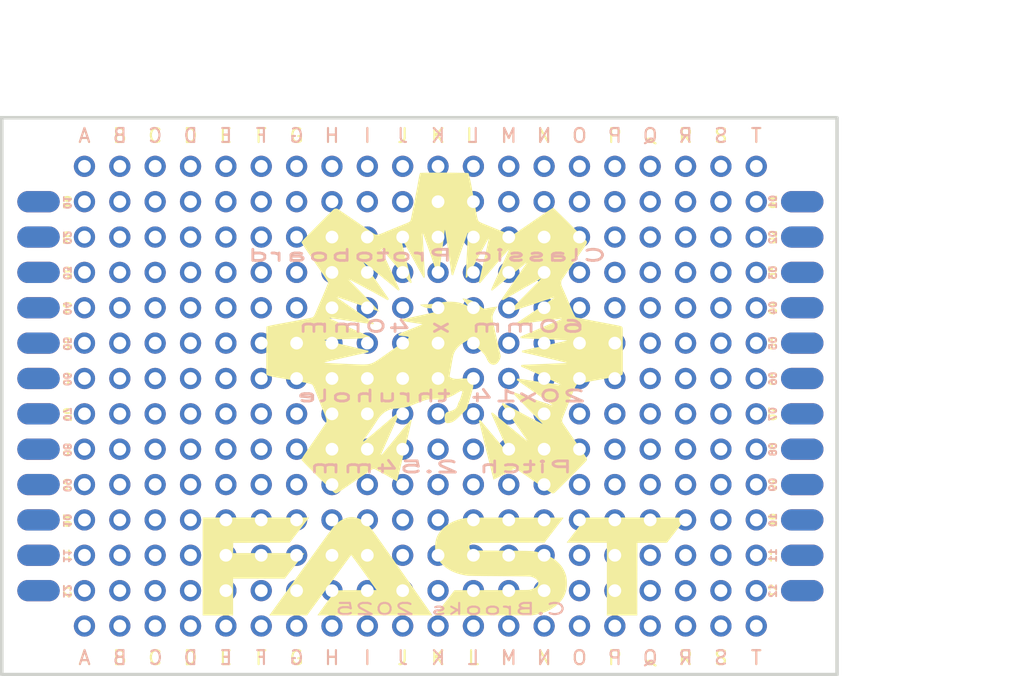
<source format=kicad_pcb>
(kicad_pcb (version 20241229) (generator "pcbnew") (generator_version "9.0")
  (layers (0 "F.Cu" signal) (2 "B.Cu" signal) (13 "F.Paste" user) (15 "B.Paste" user) (5 "F.SilkS" user "F.Silkscreen") (7 "B.SilkS" user "B.Silkscreen") (1 "F.Mask" user) (3 "B.Mask" user) (25 "Edge.Cuts" user))
  (net 0 "")
  (footprint "Proto:Proto_EdgePad_SMD_3.0x1.5mm" (layer "F.Cu") (at 171.582 82.37)
    (property "Reference" "REF**" (hide yes))
    (property "Value" "Proto_EdgePad_SMD_3.0x1.5mm" (hide yes))
    (pad "1" smd oval (at 0 0) (size 3.048 1.524) (layers "F.Cu" "F.Mask" "F.Paste"))
  )
  (footprint "Proto:Proto_EdgePad_SMD_3.0x1.5mm" (layer "F.Cu") (at 171.582 84.91)
    (property "Reference" "REF**" (hide yes))
    (property "Value" "Proto_EdgePad_SMD_3.0x1.5mm" (hide yes))
    (pad "1" smd oval (at 0 0) (size 3.048 1.524) (layers "F.Cu" "F.Mask" "F.Paste"))
  )
  (footprint "Proto:Proto_EdgePad_SMD_3.0x1.5mm" (layer "F.Cu") (at 171.582 87.45)
    (property "Reference" "REF**" (hide yes))
    (property "Value" "Proto_EdgePad_SMD_3.0x1.5mm" (hide yes))
    (pad "1" smd oval (at 0 0) (size 3.048 1.524) (layers "F.Cu" "F.Mask" "F.Paste"))
  )
  (footprint "Proto:Proto_EdgePad_SMD_3.0x1.5mm" (layer "F.Cu") (at 171.582 89.99)
    (property "Reference" "REF**" (hide yes))
    (property "Value" "Proto_EdgePad_SMD_3.0x1.5mm" (hide yes))
    (pad "1" smd oval (at 0 0) (size 3.048 1.524) (layers "F.Cu" "F.Mask" "F.Paste"))
  )
  (footprint "Proto:Proto_EdgePad_SMD_3.0x1.5mm" (layer "F.Cu") (at 171.582 92.53)
    (property "Reference" "REF**" (hide yes))
    (property "Value" "Proto_EdgePad_SMD_3.0x1.5mm" (hide yes))
    (pad "1" smd oval (at 0 0) (size 3.048 1.524) (layers "F.Cu" "F.Mask" "F.Paste"))
  )
  (footprint "Proto:Proto_EdgePad_SMD_3.0x1.5mm" (layer "F.Cu") (at 171.582 95.07)
    (property "Reference" "REF**" (hide yes))
    (property "Value" "Proto_EdgePad_SMD_3.0x1.5mm" (hide yes))
    (pad "1" smd oval (at 0 0) (size 3.048 1.524) (layers "F.Cu" "F.Mask" "F.Paste"))
  )
  (footprint "Proto:Proto_EdgePad_SMD_3.0x1.5mm" (layer "F.Cu") (at 171.582 97.61)
    (property "Reference" "REF**" (hide yes))
    (property "Value" "Proto_EdgePad_SMD_3.0x1.5mm" (hide yes))
    (pad "1" smd oval (at 0 0) (size 3.048 1.524) (layers "F.Cu" "F.Mask" "F.Paste"))
  )
  (footprint "Proto:Proto_EdgePad_SMD_3.0x1.5mm" (layer "F.Cu") (at 171.582 100.15)
    (property "Reference" "REF**" (hide yes))
    (property "Value" "Proto_EdgePad_SMD_3.0x1.5mm" (hide yes))
    (pad "1" smd oval (at 0 0) (size 3.048 1.524) (layers "F.Cu" "F.Mask" "F.Paste"))
  )
  (footprint "Proto:Proto_EdgePad_SMD_3.0x1.5mm" (layer "F.Cu") (at 171.582 102.69)
    (property "Reference" "REF**" (hide yes))
    (property "Value" "Proto_EdgePad_SMD_3.0x1.5mm" (hide yes))
    (pad "1" smd oval (at 0 0) (size 3.048 1.524) (layers "F.Cu" "F.Mask" "F.Paste"))
  )
  (footprint "Proto:Proto_EdgePad_SMD_3.0x1.5mm" (layer "F.Cu") (at 171.582 105.23)
    (property "Reference" "REF**" (hide yes))
    (property "Value" "Proto_EdgePad_SMD_3.0x1.5mm" (hide yes))
    (pad "1" smd oval (at 0 0) (size 3.048 1.524) (layers "F.Cu" "F.Mask" "F.Paste"))
  )
  (footprint "Proto:Proto_EdgePad_SMD_3.0x1.5mm" (layer "F.Cu") (at 171.582 107.77)
    (property "Reference" "REF**" (hide yes))
    (property "Value" "Proto_EdgePad_SMD_3.0x1.5mm" (hide yes))
    (pad "1" smd oval (at 0 0) (size 3.048 1.524) (layers "F.Cu" "F.Mask" "F.Paste"))
  )
  (footprint "Proto:Proto_EdgePad_SMD_3.0x1.5mm" (layer "F.Cu") (at 171.582 110.31)
    (property "Reference" "REF**" (hide yes))
    (property "Value" "Proto_EdgePad_SMD_3.0x1.5mm" (hide yes))
    (pad "1" smd oval (at 0 0) (size 3.048 1.524) (layers "F.Cu" "F.Mask" "F.Paste"))
  )
  (footprint "Proto:Proto_EdgePad_SMD_3.0x1.5mm" (layer "F.Cu") (at 116.718 82.37)
    (property "Reference" "REF**" (hide yes))
    (property "Value" "Proto_EdgePad_SMD_3.0x1.5mm" (hide yes))
    (pad "1" smd oval (at 0 0) (size 3.048 1.524) (layers "F.Cu" "F.Mask" "F.Paste"))
  )
  (footprint "MountingHole:MountingHole_2.2mm_M2" (layer "F.Cu") (at 171.48 78.94)
    (property "Reference" "REF**" (hide yes))
    (property "Value" "MountingHole_2.2mm_M2" (hide yes))
    (pad "" np_thru_hole circle (at 0 0) (size 2.2 2.2) (drill 2.2) (layers "*.Cu" "*.Mask"))
  )
  (footprint "MountingHole:MountingHole_2.2mm_M2" (layer "F.Cu") (at 116.68 78.94)
    (property "Reference" "REF**" (hide yes))
    (property "Value" "MountingHole_2.2mm_M2" (hide yes))
    (pad "" np_thru_hole circle (at 0 0) (size 2.2 2.2) (drill 2.2) (layers "*.Cu" "*.Mask"))
  )
  (footprint "Proto:Proto_EdgePad_SMD_3.0x1.5mm" (layer "F.Cu") (at 116.718 84.91)
    (property "Reference" "REF**" (hide yes))
    (property "Value" "Proto_EdgePad_SMD_3.0x1.5mm" (hide yes))
    (pad "1" smd oval (at 0 0) (size 3.048 1.524) (layers "F.Cu" "F.Mask" "F.Paste"))
  )
  (footprint "Proto:Proto_EdgePad_SMD_3.0x1.5mm" (layer "F.Cu") (at 116.718 87.45)
    (property "Reference" "REF**" (hide yes))
    (property "Value" "Proto_EdgePad_SMD_3.0x1.5mm" (hide yes))
    (pad "1" smd oval (at 0 0) (size 3.048 1.524) (layers "F.Cu" "F.Mask" "F.Paste"))
  )
  (footprint "Proto:Proto_EdgePad_SMD_3.0x1.5mm" (layer "F.Cu") (at 116.718 89.99)
    (property "Reference" "REF**" (hide yes))
    (property "Value" "Proto_EdgePad_SMD_3.0x1.5mm" (hide yes))
    (pad "1" smd oval (at 0 0) (size 3.048 1.524) (layers "F.Cu" "F.Mask" "F.Paste"))
  )
  (footprint "Proto:Proto_EdgePad_SMD_3.0x1.5mm" (layer "F.Cu") (at 116.718 92.53)
    (property "Reference" "REF**" (hide yes))
    (property "Value" "Proto_EdgePad_SMD_3.0x1.5mm" (hide yes))
    (pad "1" smd oval (at 0 0) (size 3.048 1.524) (layers "F.Cu" "F.Mask" "F.Paste"))
  )
  (footprint "Proto:Proto_EdgePad_SMD_3.0x1.5mm" (layer "F.Cu") (at 116.718 95.07)
    (property "Reference" "REF**" (hide yes))
    (property "Value" "Proto_EdgePad_SMD_3.0x1.5mm" (hide yes))
    (pad "1" smd oval (at 0 0) (size 3.048 1.524) (layers "F.Cu" "F.Mask" "F.Paste"))
  )
  (footprint "Proto:Proto_EdgePad_SMD_3.0x1.5mm" (layer "F.Cu") (at 116.718 97.61)
    (property "Reference" "REF**" (hide yes))
    (property "Value" "Proto_EdgePad_SMD_3.0x1.5mm" (hide yes))
    (pad "1" smd oval (at 0 0) (size 3.048 1.524) (layers "F.Cu" "F.Mask" "F.Paste"))
  )
  (footprint "Proto:Proto_EdgePad_SMD_3.0x1.5mm" (layer "F.Cu") (at 116.718 100.15)
    (property "Reference" "REF**" (hide yes))
    (property "Value" "Proto_EdgePad_SMD_3.0x1.5mm" (hide yes))
    (pad "1" smd oval (at 0 0) (size 3.048 1.524) (layers "F.Cu" "F.Mask" "F.Paste"))
  )
  (footprint "Proto:Proto_EdgePad_SMD_3.0x1.5mm" (layer "F.Cu") (at 116.718 102.69)
    (property "Reference" "REF**" (hide yes))
    (property "Value" "Proto_EdgePad_SMD_3.0x1.5mm" (hide yes))
    (pad "1" smd oval (at 0 0) (size 3.048 1.524) (layers "F.Cu" "F.Mask" "F.Paste"))
  )
  (footprint "Proto:Proto_EdgePad_SMD_3.0x1.5mm" (layer "F.Cu") (at 116.718 105.23)
    (property "Reference" "REF**" (hide yes))
    (property "Value" "Proto_EdgePad_SMD_3.0x1.5mm" (hide yes))
    (pad "1" smd oval (at 0 0) (size 3.048 1.524) (layers "F.Cu" "F.Mask" "F.Paste"))
  )
  (footprint "Proto:Proto_EdgePad_SMD_3.0x1.5mm" (layer "F.Cu") (at 116.718 107.77)
    (property "Reference" "REF**" (hide yes))
    (property "Value" "Proto_EdgePad_SMD_3.0x1.5mm" (hide yes))
    (pad "1" smd oval (at 0 0) (size 3.048 1.524) (layers "F.Cu" "F.Mask" "F.Paste"))
  )
  (footprint "Proto:Proto_EdgePad_SMD_3.0x1.5mm" (layer "F.Cu") (at 116.718 110.31)
    (property "Reference" "REF**" (hide yes))
    (property "Value" "Proto_EdgePad_SMD_3.0x1.5mm" (hide yes))
    (pad "1" smd oval (at 0 0) (size 3.048 1.524) (layers "F.Cu" "F.Mask" "F.Paste"))
  )
  (footprint "MountingHole:MountingHole_2.2mm_M2" (layer "F.Cu") (at 116.68 113.74)
    (property "Reference" "REF**" (hide yes))
    (property "Value" "MountingHole_2.2mm_M2" (hide yes))
    (pad "" np_thru_hole circle (at 0 0) (size 2.2 2.2) (drill 2.2) (layers "*.Cu" "*.Mask"))
  )
  (footprint "MountingHole:MountingHole_2.2mm_M2" (layer "F.Cu") (at 171.48 113.74)
    (property "Reference" "REF**" (hide yes))
    (property "Value" "MountingHole_2.2mm_M2" (hide yes))
    (pad "" np_thru_hole circle (at 0 0) (size 2.2 2.2) (drill 2.2) (layers "*.Cu" "*.Mask"))
  )
  (footprint "kml-custom:FAST-Logo-XXXLarge" (layer "F.Cu") (at 145.377872 96.38)
    (property "Reference" "G***" (hide yes))
    (property "Value" "LOGO" (hide yes))
  )
  (footprint "Proto:Proto_EdgePad_SMD_3.0x1.5mm" (layer "B.Cu") (at 116.72 89.99)
    (property "Reference" "REF**" (hide yes))
    (property "Value" "Proto_EdgePad_SMD_3.0x1.5mm" (hide yes))
    (pad "1" smd oval (at 0 0) (size 3.048 1.524) (layers "B.Cu" "B.Mask" "B.Paste"))
  )
  (footprint "Proto:Proto_EdgePad_SMD_3.0x1.5mm" (layer "B.Cu") (at 116.72 97.61)
    (property "Reference" "REF**" (hide yes))
    (property "Value" "Proto_EdgePad_SMD_3.0x1.5mm" (hide yes))
    (pad "1" smd oval (at 0 0) (size 3.048 1.524) (layers "B.Cu" "B.Mask" "B.Paste"))
  )
  (footprint "Proto:Proto_EdgePad_SMD_3.0x1.5mm" (layer "B.Cu") (at 116.72 100.15)
    (property "Reference" "REF**" (hide yes))
    (property "Value" "Proto_EdgePad_SMD_3.0x1.5mm" (hide yes))
    (pad "1" smd oval (at 0 0) (size 3.048 1.524) (layers "B.Cu" "B.Mask" "B.Paste"))
  )
  (footprint "Proto:Proto_EdgePad_SMD_3.0x1.5mm" (layer "B.Cu") (at 171.58 105.23)
    (property "Reference" "REF**" (hide yes))
    (property "Value" "Proto_EdgePad_SMD_3.0x1.5mm" (hide yes))
    (pad "1" smd oval (at 0 0) (size 3.048 1.524) (layers "B.Cu" "B.Mask" "B.Paste"))
  )
  (footprint "Proto:Proto_EdgePad_SMD_3.0x1.5mm" (layer "B.Cu") (at 171.58 97.61)
    (property "Reference" "REF**" (hide yes))
    (property "Value" "Proto_EdgePad_SMD_3.0x1.5mm" (hide yes))
    (pad "1" smd oval (at 0 0) (size 3.048 1.524) (layers "B.Cu" "B.Mask" "B.Paste"))
  )
  (footprint "Proto:Proto_EdgePad_SMD_3.0x1.5mm" (layer "B.Cu") (at 116.72 87.45)
    (property "Reference" "REF**" (hide yes))
    (property "Value" "Proto_EdgePad_SMD_3.0x1.5mm" (hide yes))
    (pad "1" smd oval (at 0 0) (size 3.048 1.524) (layers "B.Cu" "B.Mask" "B.Paste"))
  )
  (footprint "Proto:Proto_EdgePad_SMD_3.0x1.5mm" (layer "B.Cu") (at 116.72 95.07)
    (property "Reference" "REF**" (hide yes))
    (property "Value" "Proto_EdgePad_SMD_3.0x1.5mm" (hide yes))
    (pad "1" smd oval (at 0 0) (size 3.048 1.524) (layers "B.Cu" "B.Mask" "B.Paste"))
  )
  (footprint "Proto:Proto_EdgePad_SMD_3.0x1.5mm" (layer "B.Cu") (at 171.58 82.37)
    (property "Reference" "REF**" (hide yes))
    (property "Value" "Proto_EdgePad_SMD_3.0x1.5mm" (hide yes))
    (pad "1" smd oval (at 0 0) (size 3.048 1.524) (layers "B.Cu" "B.Mask" "B.Paste"))
  )
  (footprint "Proto:Proto_EdgePad_SMD_3.0x1.5mm" (layer "B.Cu") (at 171.58 89.99)
    (property "Reference" "REF**" (hide yes))
    (property "Value" "Proto_EdgePad_SMD_3.0x1.5mm" (hide yes))
    (pad "1" smd oval (at 0 0) (size 3.048 1.524) (layers "B.Cu" "B.Mask" "B.Paste"))
  )
  (footprint "Proto:Proto_EdgePad_SMD_3.0x1.5mm" (layer "B.Cu") (at 116.72 105.23)
    (property "Reference" "REF**" (hide yes))
    (property "Value" "Proto_EdgePad_SMD_3.0x1.5mm" (hide yes))
    (pad "1" smd oval (at 0 0) (size 3.048 1.524) (layers "B.Cu" "B.Mask" "B.Paste"))
  )
  (footprint "Proto:Proto_EdgePad_SMD_3.0x1.5mm" (layer "B.Cu") (at 171.58 92.53)
    (property "Reference" "REF**" (hide yes))
    (property "Value" "Proto_EdgePad_SMD_3.0x1.5mm" (hide yes))
    (pad "1" smd oval (at 0 0) (size 3.048 1.524) (layers "B.Cu" "B.Mask" "B.Paste"))
  )
  (footprint "Proto:Proto_EdgePad_SMD_3.0x1.5mm" (layer "B.Cu") (at 171.58 107.77)
    (property "Reference" "REF**" (hide yes))
    (property "Value" "Proto_EdgePad_SMD_3.0x1.5mm" (hide yes))
    (pad "1" smd oval (at 0 0) (size 3.048 1.524) (layers "B.Cu" "B.Mask" "B.Paste"))
  )
  (footprint "Proto:Proto_EdgePad_SMD_3.0x1.5mm" (layer "B.Cu") (at 171.58 84.91)
    (property "Reference" "REF**" (hide yes))
    (property "Value" "Proto_EdgePad_SMD_3.0x1.5mm" (hide yes))
    (pad "1" smd oval (at 0 0) (size 3.048 1.524) (layers "B.Cu" "B.Mask" "B.Paste"))
  )
  (footprint "Proto:Proto_EdgePad_SMD_3.0x1.5mm" (layer "B.Cu") (at 116.72 84.91)
    (property "Reference" "REF**" (hide yes))
    (property "Value" "Proto_EdgePad_SMD_3.0x1.5mm" (hide yes))
    (pad "1" smd oval (at 0 0) (size 3.048 1.524) (layers "B.Cu" "B.Mask" "B.Paste"))
  )
  (footprint "Proto:Proto_EdgePad_SMD_3.0x1.5mm" (layer "B.Cu") (at 116.72 82.37)
    (property "Reference" "REF**" (hide yes))
    (property "Value" "Proto_EdgePad_SMD_3.0x1.5mm" (hide yes))
    (pad "1" smd oval (at 0 0) (size 3.048 1.524) (layers "B.Cu" "B.Mask" "B.Paste"))
  )
  (footprint "Proto:Proto_EdgePad_SMD_3.0x1.5mm" (layer "B.Cu") (at 171.58 110.31)
    (property "Reference" "REF**" (hide yes))
    (property "Value" "Proto_EdgePad_SMD_3.0x1.5mm" (hide yes))
    (pad "1" smd oval (at 0 0) (size 3.048 1.524) (layers "B.Cu" "B.Mask" "B.Paste"))
  )
  (footprint "Proto:Proto_EdgePad_SMD_3.0x1.5mm" (layer "B.Cu") (at 116.72 92.53)
    (property "Reference" "REF**" (hide yes))
    (property "Value" "Proto_EdgePad_SMD_3.0x1.5mm" (hide yes))
    (pad "1" smd oval (at 0 0) (size 3.048 1.524) (layers "B.Cu" "B.Mask" "B.Paste"))
  )
  (footprint "Proto:Proto_EdgePad_SMD_3.0x1.5mm" (layer "B.Cu") (at 116.72 102.69)
    (property "Reference" "REF**" (hide yes))
    (property "Value" "Proto_EdgePad_SMD_3.0x1.5mm" (hide yes))
    (pad "1" smd oval (at 0 0) (size 3.048 1.524) (layers "B.Cu" "B.Mask" "B.Paste"))
  )
  (footprint "Proto:Proto_EdgePad_SMD_3.0x1.5mm" (layer "B.Cu") (at 171.58 95.07)
    (property "Reference" "REF**" (hide yes))
    (property "Value" "Proto_EdgePad_SMD_3.0x1.5mm" (hide yes))
    (pad "1" smd oval (at 0 0) (size 3.048 1.524) (layers "B.Cu" "B.Mask" "B.Paste"))
  )
  (footprint "Proto:Proto_EdgePad_SMD_3.0x1.5mm" (layer "B.Cu") (at 171.58 87.45)
    (property "Reference" "REF**" (hide yes))
    (property "Value" "Proto_EdgePad_SMD_3.0x1.5mm" (hide yes))
    (pad "1" smd oval (at 0 0) (size 3.048 1.524) (layers "B.Cu" "B.Mask" "B.Paste"))
  )
  (footprint "Proto:Proto_EdgePad_SMD_3.0x1.5mm" (layer "B.Cu") (at 171.58 100.15)
    (property "Reference" "REF**" (hide yes))
    (property "Value" "Proto_EdgePad_SMD_3.0x1.5mm" (hide yes))
    (pad "1" smd oval (at 0 0) (size 3.048 1.524) (layers "B.Cu" "B.Mask" "B.Paste"))
  )
  (footprint "Proto:Proto_EdgePad_SMD_3.0x1.5mm" (layer "B.Cu") (at 116.72 110.31)
    (property "Reference" "REF**" (hide yes))
    (property "Value" "Proto_EdgePad_SMD_3.0x1.5mm" (hide yes))
    (pad "1" smd oval (at 0 0) (size 3.048 1.524) (layers "B.Cu" "B.Mask" "B.Paste"))
  )
  (footprint "Proto:Proto_EdgePad_SMD_3.0x1.5mm" (layer "B.Cu") (at 171.58 102.69)
    (property "Reference" "REF**" (hide yes))
    (property "Value" "Proto_EdgePad_SMD_3.0x1.5mm" (hide yes))
    (pad "1" smd oval (at 0 0) (size 3.048 1.524) (layers "B.Cu" "B.Mask" "B.Paste"))
  )
  (footprint "Proto:Proto_EdgePad_SMD_3.0x1.5mm" (layer "B.Cu") (at 116.72 107.77)
    (property "Reference" "REF**" (hide yes))
    (property "Value" "Proto_EdgePad_SMD_3.0x1.5mm" (hide yes))
    (pad "1" smd oval (at 0 0) (size 3.048 1.524) (layers "B.Cu" "B.Mask" "B.Paste"))
  )
  (gr_rect (start 114.08 76.34) (end 174.08 116.34) (stroke (width 0.254)) (fill no) (layer "Edge.Cuts"))
  (gr_text "B" (at 122.56 77.63 0) (layer "F.SilkS") (effects (font (size 1 1))))
  (gr_text "C" (at 125.1 77.63 0) (layer "F.SilkS") (effects (font (size 1 1))))
  (gr_text "D" (at 127.64 77.63 0) (layer "F.SilkS") (effects (font (size 1 1))))
  (gr_text "E" (at 130.18 77.63 0) (layer "F.SilkS") (effects (font (size 1 1))))
  (gr_text "F" (at 132.72 77.63 0) (layer "F.SilkS") (effects (font (size 1 1))))
  (gr_text "G" (at 135.26 77.63 0) (layer "F.SilkS") (effects (font (size 1 1))))
  (gr_text "H" (at 137.8 77.63 0) (layer "F.SilkS") (effects (font (size 1 1))))
  (gr_text "I" (at 140.34 77.63 0) (layer "F.SilkS") (effects (font (size 1 1))))
  (gr_text "J" (at 142.88 77.63 0) (layer "F.SilkS") (effects (font (size 1 1))))
  (gr_text "K" (at 145.42 77.63 0) (layer "F.SilkS") (effects (font (size 1 1))))
  (gr_text "L" (at 147.83 77.63 0) (layer "F.SilkS") (effects (font (size 1 1))))
  (gr_text "M" (at 150.5 77.63 0) (layer "F.SilkS") (effects (font (size 1 1))))
  (gr_text "N" (at 153.04 77.63 0) (layer "F.SilkS") (effects (font (size 1 1))))
  (gr_text "O" (at 155.58 77.63 0) (layer "F.SilkS") (effects (font (size 1 1))))
  (gr_text "P" (at 158.12 77.63 0) (layer "F.SilkS") (effects (font (size 1 1))))
  (gr_text "Q" (at 160.66 77.63 0) (layer "F.SilkS") (effects (font (size 1 1))))
  (gr_text "R" (at 163.2 77.63 0) (layer "F.SilkS") (effects (font (size 1 1))))
  (gr_text "S" (at 165.74 77.63 0) (layer "F.SilkS") (effects (font (size 1 1))))
  (gr_text "T" (at 168.28 77.63 0) (layer "F.SilkS") (effects (font (size 1 1))))
  (gr_text "A" (at 120.02 115.136 0) (layer "F.SilkS") (effects (font (size 1 1))))
  (gr_text "B" (at 122.56 115.136 0) (layer "F.SilkS") (effects (font (size 1 1))))
  (gr_text "C" (at 125.1 115.136 0) (layer "F.SilkS") (effects (font (size 1 1))))
  (gr_text "D" (at 127.64 115.136 0) (layer "F.SilkS") (effects (font (size 1 1))))
  (gr_text "E" (at 130.18 115.136 0) (layer "F.SilkS") (effects (font (size 1 1))))
  (gr_text "F" (at 132.72 115.136 0) (layer "F.SilkS") (effects (font (size 1 1))))
  (gr_text "G" (at 135.26 115.136 0) (layer "F.SilkS") (effects (font (size 1 1))))
  (gr_text "H" (at 137.8 115.136 0) (layer "F.SilkS") (effects (font (size 1 1))))
  (gr_text "I" (at 140.34 115.136 0) (layer "F.SilkS") (effects (font (size 1 1))))
  (gr_text "J" (at 142.88 115.136 0) (layer "F.SilkS") (effects (font (size 1 1))))
  (gr_text "K" (at 145.42 115.136 0) (layer "F.SilkS") (effects (font (size 1 1))))
  (gr_text "L" (at 147.96 115.136 0) (layer "F.SilkS") (effects (font (size 1 1))))
  (gr_text "M" (at 150.5 115.136 0) (layer "F.SilkS") (effects (font (size 1 1))))
  (gr_text "N" (at 153.04 115.136 0) (layer "F.SilkS") (effects (font (size 1 1))))
  (gr_text "O" (at 155.58 115.136 0) (layer "F.SilkS") (effects (font (size 1 1))))
  (gr_text "P" (at 158.12 115.136 0) (layer "F.SilkS") (effects (font (size 1 1))))
  (gr_text "Q" (at 160.66 115.136 0) (layer "F.SilkS") (effects (font (size 1 1))))
  (gr_text "R" (at 163.2 115.136 0) (layer "F.SilkS") (effects (font (size 1 1))))
  (gr_text "S" (at 165.74 115.136 0) (layer "F.SilkS") (effects (font (size 1 1))))
  (gr_text "T" (at 168.28 115.136 0) (layer "F.SilkS") (effects (font (size 1 1))))
  (gr_text "02" (at 118.77 84.95 270) (layer "F.SilkS") (effects (font (size 0.508 0.508) (thickness 0.127))))
  (gr_text "03" (at 118.77 87.49 270) (layer "F.SilkS") (effects (font (size 0.508 0.508) (thickness 0.127))))
  (gr_text "04" (at 118.77 90.03 270) (layer "F.SilkS") (effects (font (size 0.508 0.508) (thickness 0.127))))
  (gr_text "05" (at 118.77 92.57 270) (layer "F.SilkS") (effects (font (size 0.508 0.508) (thickness 0.127))))
  (gr_text "06" (at 118.77 95.11 270) (layer "F.SilkS") (effects (font (size 0.508 0.508) (thickness 0.127))))
  (gr_text "07" (at 118.77 97.65 270) (layer "F.SilkS") (effects (font (size 0.508 0.508) (thickness 0.127))))
  (gr_text "08" (at 118.77 100.19 270) (layer "F.SilkS") (effects (font (size 0.508 0.508) (thickness 0.127))))
  (gr_text "09" (at 118.77 102.73 270) (layer "F.SilkS") (effects (font (size 0.508 0.508) (thickness 0.127))))
  (gr_text "10" (at 118.77 105.27 270) (layer "F.SilkS") (effects (font (size 0.508 0.508) (thickness 0.127))))
  (gr_text "11" (at 118.77 107.81 270) (layer "F.SilkS") (effects (font (size 0.508 0.508) (thickness 0.127))))
  (gr_text "12" (at 118.77 110.35 270) (layer "F.SilkS") (effects (font (size 0.508 0.508) (thickness 0.127))))
  (gr_text "02" (at 169.48 84.92 90) (layer "F.SilkS") (effects (font (size 0.508 0.508) (thickness 0.127))))
  (gr_text "03" (at 169.48 87.46 90) (layer "F.SilkS") (effects (font (size 0.508 0.508) (thickness 0.127))))
  (gr_text "04" (at 169.48 90 90) (layer "F.SilkS") (effects (font (size 0.508 0.508) (thickness 0.127))))
  (gr_text "01" (at 169.48 82.38 90) (layer "F.SilkS") (effects (font (size 0.508 0.508) (thickness 0.127))))
  (gr_text "08" (at 169.48 100.16 90) (layer "F.SilkS") (effects (font (size 0.508 0.508) (thickness 0.127))))
  (gr_text "09" (at 169.48 102.7 90) (layer "F.SilkS") (effects (font (size 0.508 0.508) (thickness 0.127))))
  (gr_text "05" (at 169.48 92.54 90) (layer "F.SilkS") (effects (font (size 0.508 0.508) (thickness 0.127))))
  (gr_text "11" (at 169.48 107.78 90) (layer "F.SilkS") (effects (font (size 0.508 0.508) (thickness 0.127))))
  (gr_text "10" (at 169.48 105.24 90) (layer "F.SilkS") (effects (font (size 0.508 0.508) (thickness 0.127))))
  (gr_text "06" (at 169.48 95.08 90) (layer "F.SilkS") (effects (font (size 0.508 0.508) (thickness 0.127))))
  (gr_text "07" (at 169.48 97.62 90) (layer "F.SilkS") (effects (font (size 0.508 0.508) (thickness 0.127))))
  (gr_text "12" (at 169.48 110.32 90) (layer "F.SilkS") (effects (font (size 0.508 0.508) (thickness 0.127))))
  (gr_text "A" (at 120.02 77.63 0) (layer "F.SilkS") (effects (font (size 1 1))))
  (gr_text "01" (at 118.77 82.41 270) (layer "F.SilkS") (effects (font (size 0.508 0.508) (thickness 0.127))))
  (gr_text "01" (at 169.48 82.38 90) (layer "B.SilkS") (effects (font (size 0.508 0.508) (thickness 0.127)) (justify mirror)))
  (gr_text "O" (at 155.58 77.62 0) (layer "B.SilkS") (effects (font (size 1 1)) (justify mirror)))
  (gr_text "H" (at 137.8 115.13 0) (layer "B.SilkS") (effects (font (size 1 1)) (justify mirror)))
  (gr_text "12" (at 118.77 110.36 270) (layer "B.SilkS") (effects (font (size 0.508 0.508) (thickness 0.127)) (justify mirror)))
  (gr_text "G" (at 135.26 115.13 0) (layer "B.SilkS") (effects (font (size 1 1)) (justify mirror)))
  (gr_text "P" (at 158.12 115.13 0) (layer "B.SilkS") (effects (font (size 1 1)) (justify mirror)))
  (gr_text "60mm x 40mm" (at 145.63 91.33 0) (layer "B.SilkS") (effects (font (size 0.8 1.8) (thickness 0.2) (bold yes)) (justify mirror)))
  (gr_text "06" (at 169.48 95.08 90) (layer "B.SilkS") (effects (font (size 0.508 0.508) (thickness 0.127)) (justify mirror)))
  (gr_text "I" (at 140.34 115.13 0) (layer "B.SilkS") (effects (font (size 1 1)) (justify mirror)))
  (gr_text "P" (at 158.12 77.62 0) (layer "B.SilkS") (effects (font (size 1 1)) (justify mirror)))
  (gr_text "R" (at 163.2 115.13 0) (layer "B.SilkS") (effects (font (size 1 1)) (justify mirror)))
  (gr_text "T" (at 168.28 115.13 0) (layer "B.SilkS") (effects (font (size 1 1)) (justify mirror)))
  (gr_text "04" (at 118.77 90.04 270) (layer "B.SilkS") (effects (font (size 0.508 0.508) (thickness 0.127)) (justify mirror)))
  (gr_text "E" (at 130.18 77.62 0) (layer "B.SilkS") (effects (font (size 1 1)) (justify mirror)))
  (gr_text "11" (at 118.77 107.82 270) (layer "B.SilkS") (effects (font (size 0.508 0.508) (thickness 0.127)) (justify mirror)))
  (gr_text "01" (at 118.77 82.42 270) (layer "B.SilkS") (effects (font (size 0.508 0.508) (thickness 0.127)) (justify mirror)))
  (gr_text "Q" (at 160.66 115.13 0) (layer "B.SilkS") (effects (font (size 1 1)) (justify mirror)))
  (gr_text "12" (at 169.48 110.32 90) (layer "B.SilkS") (effects (font (size 0.508 0.508) (thickness 0.127)) (justify mirror)))
  (gr_text "Pitch 2.54mm" (at 145.63 101.43 0) (layer "B.SilkS") (effects (font (size 0.8 1.8) (thickness 0.2) (bold yes)) (justify mirror)))
  (gr_text "10" (at 169.48 105.24 90) (layer "B.SilkS") (effects (font (size 0.508 0.508) (thickness 0.127)) (justify mirror)))
  (gr_text "08" (at 118.77 100.2 270) (layer "B.SilkS") (effects (font (size 0.508 0.508) (thickness 0.127)) (justify mirror)))
  (gr_text "Classic Protoboard" (at 144.63 86.23 0) (layer "B.SilkS") (effects (font (size 0.8 1.8) (thickness 0.2) (bold yes)) (justify mirror)))
  (gr_text "J" (at 142.88 77.62 0) (layer "B.SilkS") (effects (font (size 1 1)) (justify mirror)))
  (gr_text "02" (at 118.77 84.96 270) (layer "B.SilkS") (effects (font (size 0.508 0.508) (thickness 0.127)) (justify mirror)))
  (gr_text "F" (at 132.72 115.13 0) (layer "B.SilkS") (effects (font (size 1 1)) (justify mirror)))
  (gr_text "10" (at 118.77 105.28 270) (layer "B.SilkS") (effects (font (size 0.508 0.508) (thickness 0.127)) (justify mirror)))
  (gr_text "M" (at 150.5 77.62 0) (layer "B.SilkS") (effects (font (size 1 1)) (justify mirror)))
  (gr_text "H" (at 137.8 77.62 0) (layer "B.SilkS") (effects (font (size 1 1)) (justify mirror)))
  (gr_text "K" (at 145.42 77.62 0) (layer "B.SilkS") (effects (font (size 1 1)) (justify mirror)))
  (gr_text "C.Brooks 2025" (at 146.33 111.63 0) (layer "B.SilkS") (effects (font (size 0.8 1.5) (thickness 0.15625)) (justify mirror)))
  (gr_text "M" (at 150.5 115.13 0) (layer "B.SilkS") (effects (font (size 1 1)) (justify mirror)))
  (gr_text "N" (at 153.04 115.13 0) (layer "B.SilkS") (effects (font (size 1 1)) (justify mirror)))
  (gr_text "02" (at 169.48 84.92 90) (layer "B.SilkS") (effects (font (size 0.508 0.508) (thickness 0.127)) (justify mirror)))
  (gr_text "N" (at 153.04 77.62 0) (layer "B.SilkS") (effects (font (size 1 1)) (justify mirror)))
  (gr_text "S" (at 165.74 115.13 0) (layer "B.SilkS") (effects (font (size 1 1)) (justify mirror)))
  (gr_text "G" (at 135.26 77.62 0) (layer "B.SilkS") (effects (font (size 1 1)) (justify mirror)))
  (gr_text "Q" (at 160.66 77.62 0) (layer "B.SilkS") (effects (font (size 1 1)) (justify mirror)))
  (gr_text "J" (at 142.88 115.13 0) (layer "B.SilkS") (effects (font (size 1 1)) (justify mirror)))
  (gr_text "E" (at 130.18 115.13 0) (layer "B.SilkS") (effects (font (size 1 1)) (justify mirror)))
  (gr_text "07" (at 118.77 97.66 270) (layer "B.SilkS") (effects (font (size 0.508 0.508) (thickness 0.127)) (justify mirror)))
  (gr_text "B" (at 122.56 115.13 0) (layer "B.SilkS") (effects (font (size 1 1)) (justify mirror)))
  (gr_text "11" (at 169.48 107.78 90) (layer "B.SilkS") (effects (font (size 0.508 0.508) (thickness 0.127)) (justify mirror)))
  (gr_text "08" (at 169.48 100.16 90) (layer "B.SilkS") (effects (font (size 0.508 0.508) (thickness 0.127)) (justify mirror)))
  (gr_text "F" (at 132.72 77.62 0) (layer "B.SilkS") (effects (font (size 1 1)) (justify mirror)))
  (gr_text "04" (at 169.48 90 90) (layer "B.SilkS") (effects (font (size 0.508 0.508) (thickness 0.127)) (justify mirror)))
  (gr_text "06" (at 118.77 95.12 270) (layer "B.SilkS") (effects (font (size 0.508 0.508) (thickness 0.127)) (justify mirror)))
  (gr_text "09" (at 118.77 102.74 270) (layer "B.SilkS") (effects (font (size 0.508 0.508) (thickness 0.127)) (justify mirror)))
  (gr_text "R" (at 163.2 77.62 0) (layer "B.SilkS") (effects (font (size 1 1)) (justify mirror)))
  (gr_text "20x14 thruhole" (at 145.63 96.33 0) (layer "B.SilkS") (effects (font (size 0.8 1.8) (thickness 0.2) (bold yes)) (justify mirror)))
  (gr_text "T" (at 168.28 77.62 0) (layer "B.SilkS") (effects (font (size 1 1)) (justify mirror)))
  (gr_text "S" (at 165.74 77.62 0) (layer "B.SilkS") (effects (font (size 1 1)) (justify mirror)))
  (gr_text "C" (at 125.13 115.13 0) (layer "B.SilkS") (effects (font (size 1 1)) (justify mirror)))
  (gr_text "B" (at 122.56 77.62 0) (layer "B.SilkS") (effects (font (size 1 1)) (justify mirror)))
  (gr_text "C" (at 125.1 77.62 0) (layer "B.SilkS") (effects (font (size 1 1)) (justify mirror)))
  (gr_text "D" (at 127.64 115.13 0) (layer "B.SilkS") (effects (font (size 1 1)) (justify mirror)))
  (gr_text "L" (at 147.96 115.13 0) (layer "B.SilkS") (effects (font (size 1 1)) (justify mirror)))
  (gr_text "A" (at 120.03 115.13 0) (layer "B.SilkS") (effects (font (size 1 1)) (justify mirror)))
  (gr_text "03" (at 169.48 87.46 90) (layer "B.SilkS") (effects (font (size 0.508 0.508) (thickness 0.127)) (justify mirror)))
  (gr_text "05" (at 118.77 92.58 270) (layer "B.SilkS") (effects (font (size 0.508 0.508) (thickness 0.127)) (justify mirror)))
  (gr_text "I" (at 140.34 77.62 0) (layer "B.SilkS") (effects (font (size 1 1)) (justify mirror)))
  (gr_text "D" (at 127.64 77.62 0) (layer "B.SilkS") (effects (font (size 1 1)) (justify mirror)))
  (gr_text "L" (at 147.96 77.62 0) (layer "B.SilkS") (effects (font (size 1 1)) (justify mirror)))
  (gr_text "K" (at 145.43 115.13 0) (layer "B.SilkS") (effects (font (size 1 1)) (justify mirror)))
  (gr_text "O" (at 155.58 115.13 0) (layer "B.SilkS") (effects (font (size 1 1)) (justify mirror)))
  (gr_text "05" (at 169.48 92.54 90) (layer "B.SilkS") (effects (font (size 0.508 0.508) (thickness 0.127)) (justify mirror)))
  (gr_text "09" (at 169.48 102.7 90) (layer "B.SilkS") (effects (font (size 0.508 0.508) (thickness 0.127)) (justify mirror)))
  (gr_text "03" (at 118.77 87.5 270) (layer "B.SilkS") (effects (font (size 0.508 0.508) (thickness 0.127)) (justify mirror)))
  (gr_text "A" (at 120.02 77.62 0) (layer "B.SilkS") (effects (font (size 1 1)) (justify mirror)))
  (gr_text "07" (at 169.48 97.62 90) (layer "B.SilkS") (effects (font (size 0.508 0.508) (thickness 0.127)) (justify mirror)))
  (via (at 120.02 79.83) (size 1.524) (drill 0.9144) (layers "F.Cu" "B.Cu") (net 0))
  (via (at 122.56 79.83) (size 1.524) (drill 0.9144) (layers "F.Cu" "B.Cu") (net 0))
  (via (at 125.1 79.83) (size 1.524) (drill 0.9144) (layers "F.Cu" "B.Cu") (net 0))
  (via (at 127.64 79.83) (size 1.524) (drill 0.9144) (layers "F.Cu" "B.Cu") (net 0))
  (via (at 130.18 79.83) (size 1.524) (drill 0.9144) (layers "F.Cu" "B.Cu") (net 0))
  (via (at 132.72 79.83) (size 1.524) (drill 0.9144) (layers "F.Cu" "B.Cu") (net 0))
  (via (at 135.26 79.83) (size 1.524) (drill 0.9144) (layers "F.Cu" "B.Cu") (net 0))
  (via (at 137.8 79.83) (size 1.524) (drill 0.9144) (layers "F.Cu" "B.Cu") (net 0))
  (via (at 140.34 79.83) (size 1.524) (drill 0.9144) (layers "F.Cu" "B.Cu") (net 0))
  (via (at 142.88 79.83) (size 1.524) (drill 0.9144) (layers "F.Cu" "B.Cu") (net 0))
  (via (at 145.42 79.83) (size 1.524) (drill 0.9144) (layers "F.Cu" "B.Cu") (net 0))
  (via (at 147.96 79.83) (size 1.524) (drill 0.9144) (layers "F.Cu" "B.Cu") (net 0))
  (via (at 150.5 79.83) (size 1.524) (drill 0.9144) (layers "F.Cu" "B.Cu") (net 0))
  (via (at 155.58 79.83) (size 1.524) (drill 0.9144) (layers "F.Cu" "B.Cu") (net 0))
  (via (at 158.12 79.83) (size 1.524) (drill 0.9144) (layers "F.Cu" "B.Cu") (net 0))
  (via (at 160.66 79.83) (size 1.524) (drill 0.9144) (layers "F.Cu" "B.Cu") (net 0))
  (via (at 163.2 79.83) (size 1.524) (drill 0.9144) (layers "F.Cu" "B.Cu") (net 0))
  (via (at 165.74 79.83) (size 1.524) (drill 0.9144) (layers "F.Cu" "B.Cu") (net 0))
  (via (at 168.28 79.83) (size 1.524) (drill 0.9144) (layers "F.Cu" "B.Cu") (net 0))
  (via (at 120.02 82.37) (size 1.524) (drill 0.9144) (layers "F.Cu" "B.Cu") (net 0))
  (via (at 122.56 82.37) (size 1.524) (drill 0.9144) (layers "F.Cu" "B.Cu") (net 0))
  (via (at 125.1 82.37) (size 1.524) (drill 0.9144) (layers "F.Cu" "B.Cu") (net 0))
  (via (at 127.64 82.37) (size 1.524) (drill 0.9144) (layers "F.Cu" "B.Cu") (net 0))
  (via (at 130.18 82.37) (size 1.524) (drill 0.9144) (layers "F.Cu" "B.Cu") (net 0))
  (via (at 132.72 82.37) (size 1.524) (drill 0.9144) (layers "F.Cu" "B.Cu") (net 0))
  (via (at 135.26 82.37) (size 1.524) (drill 0.9144) (layers "F.Cu" "B.Cu") (net 0))
  (via (at 137.8 82.37) (size 1.524) (drill 0.9144) (layers "F.Cu" "B.Cu") (net 0))
  (via (at 140.34 82.37) (size 1.524) (drill 0.9144) (layers "F.Cu" "B.Cu") (net 0))
  (via (at 142.88 82.37) (size 1.524) (drill 0.9144) (layers "F.Cu" "B.Cu") (net 0))
  (via (at 145.42 82.37) (size 1.524) (drill 0.9144) (layers "F.Cu" "B.Cu") (net 0))
  (via (at 147.96 82.37) (size 1.524) (drill 0.9144) (layers "F.Cu" "B.Cu") (net 0))
  (via (at 150.5 82.37) (size 1.524) (drill 0.9144) (layers "F.Cu" "B.Cu") (net 0))
  (via (at 153.04 82.37) (size 1.524) (drill 0.9144) (layers "F.Cu" "B.Cu") (net 0))
  (via (at 155.58 82.37) (size 1.524) (drill 0.9144) (layers "F.Cu" "B.Cu") (net 0))
  (via (at 158.12 82.37) (size 1.524) (drill 0.9144) (layers "F.Cu" "B.Cu") (net 0))
  (via (at 160.66 82.37) (size 1.524) (drill 0.9144) (layers "F.Cu" "B.Cu") (net 0))
  (via (at 163.2 82.37) (size 1.524) (drill 0.9144) (layers "F.Cu" "B.Cu") (net 0))
  (via (at 165.74 82.37) (size 1.524) (drill 0.9144) (layers "F.Cu" "B.Cu") (net 0))
  (via (at 168.28 82.37) (size 1.524) (drill 0.9144) (layers "F.Cu" "B.Cu") (net 0))
  (via (at 120.02 84.91) (size 1.524) (drill 0.9144) (layers "F.Cu" "B.Cu") (net 0))
  (via (at 122.56 84.91) (size 1.524) (drill 0.9144) (layers "F.Cu" "B.Cu") (net 0))
  (via (at 125.1 84.91) (size 1.524) (drill 0.9144) (layers "F.Cu" "B.Cu") (net 0))
  (via (at 130.18 84.91) (size 1.524) (drill 0.9144) (layers "F.Cu" "B.Cu") (net 0))
  (via (at 132.72 84.91) (size 1.524) (drill 0.9144) (layers "F.Cu" "B.Cu") (net 0))
  (via (at 135.26 84.91) (size 1.524) (drill 0.9144) (layers "F.Cu" "B.Cu") (net 0))
  (via (at 137.8 84.91) (size 1.524) (drill 0.9144) (layers "F.Cu" "B.Cu") (net 0))
  (via (at 140.34 84.91) (size 1.524) (drill 0.9144) (layers "F.Cu" "B.Cu") (net 0))
  (via (at 142.88 84.91) (size 1.524) (drill 0.9144) (layers "F.Cu" "B.Cu") (net 0))
  (via (at 145.42 84.91) (size 1.524) (drill 0.9144) (layers "F.Cu" "B.Cu") (net 0))
  (via (at 147.96 84.91) (size 1.524) (drill 0.9144) (layers "F.Cu" "B.Cu") (net 0))
  (via (at 153.04 84.91) (size 1.524) (drill 0.9144) (layers "F.Cu" "B.Cu") (net 0))
  (via (at 155.58 84.91) (size 1.524) (drill 0.9144) (layers "F.Cu" "B.Cu") (net 0))
  (via (at 158.12 84.91) (size 1.524) (drill 0.9144) (layers "F.Cu" "B.Cu") (net 0))
  (via (at 163.2 84.91) (size 1.524) (drill 0.9144) (layers "F.Cu" "B.Cu") (net 0))
  (via (at 165.74 84.91) (size 1.524) (drill 0.9144) (layers "F.Cu" "B.Cu") (net 0))
  (via (at 168.28 84.91) (size 1.524) (drill 0.9144) (layers "F.Cu" "B.Cu") (net 0))
  (via (at 120.02 87.45) (size 1.524) (drill 0.9144) (layers "F.Cu" "B.Cu") (net 0))
  (via (at 122.56 87.45) (size 1.524) (drill 0.9144) (layers "F.Cu" "B.Cu") (net 0))
  (via (at 127.64 87.45) (size 1.524) (drill 0.9144) (layers "F.Cu" "B.Cu") (net 0))
  (via (at 130.18 87.45) (size 1.524) (drill 0.9144) (layers "F.Cu" "B.Cu") (net 0))
  (via (at 132.72 87.45) (size 1.524) (drill 0.9144) (layers "F.Cu" "B.Cu") (net 0))
  (via (at 135.26 87.45) (size 1.524) (drill 0.9144) (layers "F.Cu" "B.Cu") (net 0))
  (via (at 137.8 87.45) (size 1.524) (drill 0.9144) (layers "F.Cu" "B.Cu") (net 0))
  (via (at 140.34 87.45) (size 1.524) (drill 0.9144) (layers "F.Cu" "B.Cu") (net 0))
  (via (at 145.42 87.45) (size 1.524) (drill 0.9144) (layers "F.Cu" "B.Cu") (net 0))
  (via (at 147.96 87.45) (size 1.524) (drill 0.9144) (layers "F.Cu" "B.Cu") (net 0))
  (via (at 150.5 87.45) (size 1.524) (drill 0.9144) (layers "F.Cu" "B.Cu") (net 0))
  (via (at 153.04 87.45) (size 1.524) (drill 0.9144) (layers "F.Cu" "B.Cu") (net 0))
  (via (at 155.58 87.45) (size 1.524) (drill 0.9144) (layers "F.Cu" "B.Cu") (net 0))
  (via (at 158.12 87.45) (size 1.524) (drill 0.9144) (layers "F.Cu" "B.Cu") (net 0))
  (via (at 160.66 87.45) (size 1.524) (drill 0.9144) (layers "F.Cu" "B.Cu") (net 0))
  (via (at 163.2 87.45) (size 1.524) (drill 0.9144) (layers "F.Cu" "B.Cu") (net 0))
  (via (at 165.74 87.45) (size 1.524) (drill 0.9144) (layers "F.Cu" "B.Cu") (net 0))
  (via (at 168.28 87.45) (size 1.524) (drill 0.9144) (layers "F.Cu" "B.Cu") (net 0))
  (via (at 120.02 89.99) (size 1.524) (drill 0.9144) (layers "F.Cu" "B.Cu") (net 0))
  (via (at 122.56 89.99) (size 1.524) (drill 0.9144) (layers "F.Cu" "B.Cu") (net 0))
  (via (at 125.1 89.99) (size 1.524) (drill 0.9144) (layers "F.Cu" "B.Cu") (net 0))
  (via (at 127.64 89.99) (size 1.524) (drill 0.9144) (layers "F.Cu" "B.Cu") (net 0))
  (via (at 130.18 89.99) (size 1.524) (drill 0.9144) (layers "F.Cu" "B.Cu") (net 0))
  (via (at 132.72 89.99) (size 1.524) (drill 0.9144) (layers "F.Cu" "B.Cu") (net 0))
  (via (at 135.26 89.99) (size 1.524) (drill 0.9144) (layers "F.Cu" "B.Cu") (net 0))
  (via (at 137.8 89.99) (size 1.524) (drill 0.9144) (layers "F.Cu" "B.Cu") (net 0))
  (via (at 140.34 89.99) (size 1.524) (drill 0.9144) (layers "F.Cu" "B.Cu") (net 0))
  (via (at 142.88 89.99) (size 1.524) (drill 0.9144) (layers "F.Cu" "B.Cu") (net 0))
  (via (at 145.42 89.99) (size 1.524) (drill 0.9144) (layers "F.Cu" "B.Cu") (net 0))
  (via (at 147.96 89.99) (size 1.524) (drill 0.9144) (layers "F.Cu" "B.Cu") (net 0))
  (via (at 150.5 89.99) (size 1.524) (drill 0.9144) (layers "F.Cu" "B.Cu") (net 0))
  (via (at 155.58 89.99) (size 1.524) (drill 0.9144) (layers "F.Cu" "B.Cu") (net 0))
  (via (at 158.12 89.99) (size 1.524) (drill 0.9144) (layers "F.Cu" "B.Cu") (net 0))
  (via (at 160.66 89.99) (size 1.524) (drill 0.9144) (layers "F.Cu" "B.Cu") (net 0))
  (via (at 163.2 89.99) (size 1.524) (drill 0.9144) (layers "F.Cu" "B.Cu") (net 0))
  (via (at 165.74 89.99) (size 1.524) (drill 0.9144) (layers "F.Cu" "B.Cu") (net 0))
  (via (at 168.28 89.99) (size 1.524) (drill 0.9144) (layers "F.Cu" "B.Cu") (net 0))
  (via (at 120.02 92.53) (size 1.524) (drill 0.9144) (layers "F.Cu" "B.Cu") (net 0))
  (via (at 122.56 92.53) (size 1.524) (drill 0.9144) (layers "F.Cu" "B.Cu") (net 0))
  (via (at 125.1 92.53) (size 1.524) (drill 0.9144) (layers "F.Cu" "B.Cu") (net 0))
  (via (at 127.64 92.53) (size 1.524) (drill 0.9144) (layers "F.Cu" "B.Cu") (net 0))
  (via (at 130.18 92.53) (size 1.524) (drill 0.9144) (layers "F.Cu" "B.Cu") (net 0))
  (via (at 132.72 92.53) (size 1.524) (drill 0.9144) (layers "F.Cu" "B.Cu") (net 0))
  (via (at 135.26 92.53) (size 1.524) (drill 0.9144) (layers "F.Cu" "B.Cu") (net 0))
  (via (at 137.8 92.53) (size 1.524) (drill 0.9144) (layers "F.Cu" "B.Cu") (net 0))
  (via (at 140.34 92.53) (size 1.524) (drill 0.9144) (layers "F.Cu" "B.Cu") (net 0))
  (via (at 142.88 92.53) (size 1.524) (drill 0.9144) (layers "F.Cu" "B.Cu") (net 0))
  (via (at 145.42 92.53) (size 1.524) (drill 0.9144) (layers "F.Cu" "B.Cu") (net 0))
  (via (at 147.96 92.53) (size 1.524) (drill 0.9144) (layers "F.Cu" "B.Cu") (net 0))
  (via (at 150.5 92.53) (size 1.524) (drill 0.9144) (layers "F.Cu" "B.Cu") (net 0))
  (via (at 153.04 92.53) (size 1.524) (drill 0.9144) (layers "F.Cu" "B.Cu") (net 0))
  (via (at 155.58 92.53) (size 1.524) (drill 0.9144) (layers "F.Cu" "B.Cu") (net 0))
  (via (at 158.12 92.53) (size 1.524) (drill 0.9144) (layers "F.Cu" "B.Cu") (net 0))
  (via (at 160.66 92.53) (size 1.524) (drill 0.9144) (layers "F.Cu" "B.Cu") (net 0))
  (via (at 163.2 92.53) (size 1.524) (drill 0.9144) (layers "F.Cu" "B.Cu") (net 0))
  (via (at 168.28 92.53) (size 1.524) (drill 0.9144) (layers "F.Cu" "B.Cu") (net 0))
  (via (at 120.02 95.07) (size 1.524) (drill 0.9144) (layers "F.Cu" "B.Cu") (net 0))
  (via (at 122.56 95.07) (size 1.524) (drill 0.9144) (layers "F.Cu" "B.Cu") (net 0))
  (via (at 125.1 95.07) (size 1.524) (drill 0.9144) (layers "F.Cu" "B.Cu") (net 0))
  (via (at 127.64 95.07) (size 1.524) (drill 0.9144) (layers "F.Cu" "B.Cu") (net 0))
  (via (at 130.18 95.07) (size 1.524) (drill 0.9144) (layers "F.Cu" "B.Cu") (net 0))
  (via (at 132.72 95.07) (size 1.524) (drill 0.9144) (layers "F.Cu" "B.Cu") (net 0))
  (via (at 135.26 95.07) (size 1.524) (drill 0.9144) (layers "F.Cu" "B.Cu") (net 0))
  (via (at 137.8 95.07) (size 1.524) (drill 0.9144) (layers "F.Cu" "B.Cu") (net 0))
  (via (at 140.34 95.07) (size 1.524) (drill 0.9144) (layers "F.Cu" "B.Cu") (net 0))
  (via (at 142.88 95.07) (size 1.524) (drill 0.9144) (layers "F.Cu" "B.Cu") (net 0))
  (via (at 145.42 95.07) (size 1.524) (drill 0.9144) (layers "F.Cu" "B.Cu") (net 0))
  (via (at 147.96 95.07) (size 1.524) (drill 0.9144) (layers "F.Cu" "B.Cu") (net 0))
  (via (at 150.5 95.07) (size 1.524) (drill 0.9144) (layers "F.Cu" "B.Cu") (net 0))
  (via (at 153.04 95.07) (size 1.524) (drill 0.9144) (layers "F.Cu" "B.Cu") (net 0))
  (via (at 158.12 95.07) (size 1.524) (drill 0.9144) (layers "F.Cu" "B.Cu") (net 0))
  (via (at 160.66 95.07) (size 1.524) (drill 0.9144) (layers "F.Cu" "B.Cu") (net 0))
  (via (at 163.2 95.07) (size 1.524) (drill 0.9144) (layers "F.Cu" "B.Cu") (net 0))
  (via (at 165.74 95.07) (size 1.524) (drill 0.9144) (layers "F.Cu" "B.Cu") (net 0))
  (via (at 168.28 95.07) (size 1.524) (drill 0.9144) (layers "F.Cu" "B.Cu") (net 0))
  (via (at 120.02 97.61) (size 1.524) (drill 0.9144) (layers "F.Cu" "B.Cu") (net 0))
  (via (at 122.56 97.61) (size 1.524) (drill 0.9144) (layers "F.Cu" "B.Cu") (net 0))
  (via (at 125.1 97.61) (size 1.524) (drill 0.9144) (layers "F.Cu" "B.Cu") (net 0))
  (via (at 127.64 97.61) (size 1.524) (drill 0.9144) (layers "F.Cu" "B.Cu") (net 0))
  (via (at 130.18 97.61) (size 1.524) (drill 0.9144) (layers "F.Cu" "B.Cu") (net 0))
  (via (at 132.72 97.61) (size 1.524) (drill 0.9144) (layers "F.Cu" "B.Cu") (net 0))
  (via (at 135.26 97.61) (size 1.524) (drill 0.9144) (layers "F.Cu" "B.Cu") (net 0))
  (via (at 137.8 97.61) (size 1.524) (drill 0.9144) (layers "F.Cu" "B.Cu") (net 0))
  (via (at 140.34 97.61) (size 1.524) (drill 0.9144) (layers "F.Cu" "B.Cu") (net 0))
  (via (at 142.88 97.61) (size 1.524) (drill 0.9144) (layers "F.Cu" "B.Cu") (net 0))
  (via (at 145.42 97.61) (size 1.524) (drill 0.9144) (layers "F.Cu" "B.Cu") (net 0))
  (via (at 147.96 97.61) (size 1.524) (drill 0.9144) (layers "F.Cu" "B.Cu") (net 0))
  (via (at 150.5 97.61) (size 1.524) (drill 0.9144) (layers "F.Cu" "B.Cu") (net 0))
  (via (at 153.04 97.61) (size 1.524) (drill 0.9144) (layers "F.Cu" "B.Cu") (net 0))
  (via (at 155.58 97.61) (size 1.524) (drill 0.9144) (layers "F.Cu" "B.Cu") (net 0))
  (via (at 158.12 97.61) (size 1.524) (drill 0.9144) (layers "F.Cu" "B.Cu") (net 0))
  (via (at 160.66 97.61) (size 1.524) (drill 0.9144) (layers "F.Cu" "B.Cu") (net 0))
  (via (at 163.2 97.61) (size 1.524) (drill 0.9144) (layers "F.Cu" "B.Cu") (net 0))
  (via (at 165.74 97.61) (size 1.524) (drill 0.9144) (layers "F.Cu" "B.Cu") (net 0))
  (via (at 120.02 100.15) (size 1.524) (drill 0.9144) (layers "F.Cu" "B.Cu") (net 0))
  (via (at 122.56 100.15) (size 1.524) (drill 0.9144) (layers "F.Cu" "B.Cu") (net 0))
  (via (at 125.1 100.15) (size 1.524) (drill 0.9144) (layers "F.Cu" "B.Cu") (net 0))
  (via (at 130.18 100.15) (size 1.524) (drill 0.9144) (layers "F.Cu" "B.Cu") (net 0))
  (via (at 132.72 100.15) (size 1.524) (drill 0.9144) (layers "F.Cu" "B.Cu") (net 0))
  (via (at 135.26 100.15) (size 1.524) (drill 0.9144) (layers "F.Cu" "B.Cu") (net 0))
  (via (at 137.8 100.15) (size 1.524) (drill 0.9144) (layers "F.Cu" "B.Cu") (net 0))
  (via (at 140.34 100.15) (size 1.524) (drill 0.9144) (layers "F.Cu" "B.Cu") (net 0))
  (via (at 142.88 100.15) (size 1.524) (drill 0.9144) (layers "F.Cu" "B.Cu") (net 0))
  (via (at 145.42 100.15) (size 1.524) (drill 0.9144) (layers "F.Cu" "B.Cu") (net 0))
  (via (at 147.96 100.15) (size 1.524) (drill 0.9144) (layers "F.Cu" "B.Cu") (net 0))
  (via (at 150.5 100.15) (size 1.524) (drill 0.9144) (layers "F.Cu" "B.Cu") (net 0))
  (via (at 153.04 100.15) (size 1.524) (drill 0.9144) (layers "F.Cu" "B.Cu") (net 0))
  (via (at 155.58 100.15) (size 1.524) (drill 0.9144) (layers "F.Cu" "B.Cu") (net 0))
  (via (at 158.12 100.15) (size 1.524) (drill 0.9144) (layers "F.Cu" "B.Cu") (net 0))
  (via (at 160.66 100.15) (size 1.524) (drill 0.9144) (layers "F.Cu" "B.Cu") (net 0))
  (via (at 163.2 100.15) (size 1.524) (drill 0.9144) (layers "F.Cu" "B.Cu") (net 0))
  (via (at 165.74 100.15) (size 1.524) (drill 0.9144) (layers "F.Cu" "B.Cu") (net 0))
  (via (at 168.28 100.15) (size 1.524) (drill 0.9144) (layers "F.Cu" "B.Cu") (net 0))
  (via (at 120.02 102.69) (size 1.524) (drill 0.9144) (layers "F.Cu" "B.Cu") (net 0))
  (via (at 122.56 102.69) (size 1.524) (drill 0.9144) (layers "F.Cu" "B.Cu") (net 0))
  (via (at 125.1 102.69) (size 1.524) (drill 0.9144) (layers "F.Cu" "B.Cu") (net 0))
  (via (at 127.64 102.69) (size 1.524) (drill 0.9144) (layers "F.Cu" "B.Cu") (net 0))
  (via (at 130.18 102.69) (size 1.524) (drill 0.9144) (layers "F.Cu" "B.Cu") (net 0))
  (via (at 132.72 102.69) (size 1.524) (drill 0.9144) (layers "F.Cu" "B.Cu") (net 0))
  (via (at 135.26 102.69) (size 1.524) (drill 0.9144) (layers "F.Cu" "B.Cu") (net 0))
  (via (at 137.8 102.69) (size 1.524) (drill 0.9144) (layers "F.Cu" "B.Cu") (net 0))
  (via (at 140.34 102.69) (size 1.524) (drill 0.9144) (layers "F.Cu" "B.Cu") (net 0))
  (via (at 142.88 102.69) (size 1.524) (drill 0.9144) (layers "F.Cu" "B.Cu") (net 0))
  (via (at 145.42 102.69) (size 1.524) (drill 0.9144) (layers "F.Cu" "B.Cu") (net 0))
  (via (at 147.96 102.69) (size 1.524) (drill 0.9144) (layers "F.Cu" "B.Cu") (net 0))
  (via (at 150.5 102.69) (size 1.524) (drill 0.9144) (layers "F.Cu" "B.Cu") (net 0))
  (via (at 153.04 102.69) (size 1.524) (drill 0.9144) (layers "F.Cu" "B.Cu") (net 0))
  (via (at 155.58 102.69) (size 1.524) (drill 0.9144) (layers "F.Cu" "B.Cu") (net 0))
  (via (at 158.12 102.69) (size 1.524) (drill 0.9144) (layers "F.Cu" "B.Cu") (net 0))
  (via (at 160.66 102.69) (size 1.524) (drill 0.9144) (layers "F.Cu" "B.Cu") (net 0))
  (via (at 163.2 102.69) (size 1.524) (drill 0.9144) (layers "F.Cu" "B.Cu") (net 0))
  (via (at 165.74 102.69) (size 1.524) (drill 0.9144) (layers "F.Cu" "B.Cu") (net 0))
  (via (at 168.28 102.69) (size 1.524) (drill 0.9144) (layers "F.Cu" "B.Cu") (net 0))
  (via (at 120.02 105.23) (size 1.524) (drill 0.9144) (layers "F.Cu" "B.Cu") (net 0))
  (via (at 122.56 105.23) (size 1.524) (drill 0.9144) (layers "F.Cu" "B.Cu") (net 0))
  (via (at 125.1 105.23) (size 1.524) (drill 0.9144) (layers "F.Cu" "B.Cu") (net 0))
  (via (at 127.64 105.23) (size 1.524) (drill 0.9144) (layers "F.Cu" "B.Cu") (net 0))
  (via (at 130.18 105.23) (size 1.524) (drill 0.9144) (layers "F.Cu" "B.Cu") (net 0))
  (via (at 135.26 105.23) (size 1.524) (drill 0.9144) (layers "F.Cu" "B.Cu") (net 0))
  (via (at 137.8 105.23) (size 1.524) (drill 0.9144) (layers "F.Cu" "B.Cu") (net 0))
  (via (at 140.34 105.23) (size 1.524) (drill 0.9144) (layers "F.Cu" "B.Cu") (net 0))
  (via (at 142.88 105.23) (size 1.524) (drill 0.9144) (layers "F.Cu" "B.Cu") (net 0))
  (via (at 145.42 105.23) (size 1.524) (drill 0.9144) (layers "F.Cu" "B.Cu") (net 0))
  (via (at 147.96 105.23) (size 1.524) (drill 0.9144) (layers "F.Cu" "B.Cu") (net 0))
  (via (at 150.5 105.23) (size 1.524) (drill 0.9144) (layers "F.Cu" "B.Cu") (net 0))
  (via (at 153.04 105.23) (size 1.524) (drill 0.9144) (layers "F.Cu" "B.Cu") (net 0))
  (via (at 155.58 105.23) (size 1.524) (drill 0.9144) (layers "F.Cu" "B.Cu") (net 0))
  (via (at 158.12 105.23) (size 1.524) (drill 0.9144) (layers "F.Cu" "B.Cu") (net 0))
  (via (at 160.66 105.23) (size 1.524) (drill 0.9144) (layers "F.Cu" "B.Cu") (net 0))
  (via (at 163.2 105.23) (size 1.524) (drill 0.9144) (layers "F.Cu" "B.Cu") (net 0))
  (via (at 165.74 105.23) (size 1.524) (drill 0.9144) (layers "F.Cu" "B.Cu") (net 0))
  (via (at 168.28 105.23) (size 1.524) (drill 0.9144) (layers "F.Cu" "B.Cu") (net 0))
  (via (at 120.02 107.77) (size 1.524) (drill 0.9144) (layers "F.Cu" "B.Cu") (net 0))
  (via (at 122.56 107.77) (size 1.524) (drill 0.9144) (layers "F.Cu" "B.Cu") (net 0))
  (via (at 125.1 107.77) (size 1.524) (drill 0.9144) (layers "F.Cu" "B.Cu") (net 0))
  (via (at 127.64 107.77) (size 1.524) (drill 0.9144) (layers "F.Cu" "B.Cu") (net 0))
  (via (at 130.18 107.77) (size 1.524) (drill 0.9144) (layers "F.Cu" "B.Cu") (net 0))
  (via (at 132.72 107.77) (size 1.524) (drill 0.9144) (layers "F.Cu" "B.Cu") (net 0))
  (via (at 135.26 107.77) (size 1.524) (drill 0.9144) (layers "F.Cu" "B.Cu") (net 0))
  (via (at 137.8 107.77) (size 1.524) (drill 0.9144) (layers "F.Cu" "B.Cu") (net 0))
  (via (at 140.34 107.77) (size 1.524) (drill 0.9144) (layers "F.Cu" "B.Cu") (net 0))
  (via (at 142.88 107.77) (size 1.524) (drill 0.9144) (layers "F.Cu" "B.Cu") (net 0))
  (via (at 145.42 107.77) (size 1.524) (drill 0.9144) (layers "F.Cu" "B.Cu") (net 0))
  (via (at 147.96 107.77) (size 1.524) (drill 0.9144) (layers "F.Cu" "B.Cu") (net 0))
  (via (at 150.5 107.77) (size 1.524) (drill 0.9144) (layers "F.Cu" "B.Cu") (net 0))
  (via (at 153.04 107.77) (size 1.524) (drill 0.9144) (layers "F.Cu" "B.Cu") (net 0))
  (via (at 155.58 107.77) (size 1.524) (drill 0.9144) (layers "F.Cu" "B.Cu") (net 0))
  (via (at 158.12 107.77) (size 1.524) (drill 0.9144) (layers "F.Cu" "B.Cu") (net 0))
  (via (at 160.66 107.77) (size 1.524) (drill 0.9144) (layers "F.Cu" "B.Cu") (net 0))
  (via (at 163.2 107.77) (size 1.524) (drill 0.9144) (layers "F.Cu" "B.Cu") (net 0))
  (via (at 165.74 107.77) (size 1.524) (drill 0.9144) (layers "F.Cu" "B.Cu") (net 0))
  (via (at 168.28 107.77) (size 1.524) (drill 0.9144) (layers "F.Cu" "B.Cu") (net 0))
  (via (at 120.02 110.31) (size 1.524) (drill 0.9144) (layers "F.Cu" "B.Cu") (net 0))
  (via (at 122.56 110.31) (size 1.524) (drill 0.9144) (layers "F.Cu" "B.Cu") (net 0))
  (via (at 125.1 110.31) (size 1.524) (drill 0.9144) (layers "F.Cu" "B.Cu") (net 0))
  (via (at 127.64 110.31) (size 1.524) (drill 0.9144) (layers "F.Cu" "B.Cu") (net 0))
  (via (at 130.18 110.31) (size 1.524) (drill 0.9144) (layers "F.Cu" "B.Cu") (net 0))
  (via (at 132.72 110.31) (size 1.524) (drill 0.9144) (layers "F.Cu" "B.Cu") (net 0))
  (via (at 135.26 110.31) (size 1.524) (drill 0.9144) (layers "F.Cu" "B.Cu") (net 0))
  (via (at 137.8 110.31) (size 1.524) (drill 0.9144) (layers "F.Cu" "B.Cu") (net 0))
  (via (at 140.34 110.31) (size 1.524) (drill 0.9144) (layers "F.Cu" "B.Cu") (net 0))
  (via (at 142.88 110.31) (size 1.524) (drill 0.9144) (layers "F.Cu" "B.Cu") (net 0))
  (via (at 145.42 110.31) (size 1.524) (drill 0.9144) (layers "F.Cu" "B.Cu") (net 0))
  (via (at 147.96 110.31) (size 1.524) (drill 0.9144) (layers "F.Cu" "B.Cu") (net 0))
  (via (at 153.04 110.31) (size 1.524) (drill 0.9144) (layers "F.Cu" "B.Cu") (net 0))
  (via (at 155.58 110.31) (size 1.524) (drill 0.9144) (layers "F.Cu" "B.Cu") (net 0))
  (via (at 158.12 110.31) (size 1.524) (drill 0.9144) (layers "F.Cu" "B.Cu") (net 0))
  (via (at 160.66 110.31) (size 1.524) (drill 0.9144) (layers "F.Cu" "B.Cu") (net 0))
  (via (at 163.2 110.31) (size 1.524) (drill 0.9144) (layers "F.Cu" "B.Cu") (net 0))
  (via (at 165.74 110.31) (size 1.524) (drill 0.9144) (layers "F.Cu" "B.Cu") (net 0))
  (via (at 168.28 110.31) (size 1.524) (drill 0.9144) (layers "F.Cu" "B.Cu") (net 0))
  (via (at 120.02 112.85) (size 1.524) (drill 0.9144) (layers "F.Cu" "B.Cu") (net 0))
  (via (at 122.56 112.85) (size 1.524) (drill 0.9144) (layers "F.Cu" "B.Cu") (net 0))
  (via (at 125.1 112.85) (size 1.524) (drill 0.9144) (layers "F.Cu" "B.Cu") (net 0))
  (via (at 127.64 112.85) (size 1.524) (drill 0.9144) (layers "F.Cu" "B.Cu") (net 0))
  (via (at 130.18 112.85) (size 1.524) (drill 0.9144) (layers "F.Cu" "B.Cu") (net 0))
  (via (at 132.72 112.85) (size 1.524) (drill 0.9144) (layers "F.Cu" "B.Cu") (net 0))
  (via (at 135.26 112.85) (size 1.524) (drill 0.9144) (layers "F.Cu" "B.Cu") (net 0))
  (via (at 137.8 112.85) (size 1.524) (drill 0.9144) (layers "F.Cu" "B.Cu") (net 0))
  (via (at 140.34 112.85) (size 1.524) (drill 0.9144) (layers "F.Cu" "B.Cu") (net 0))
  (via (at 142.88 112.85) (size 1.524) (drill 0.9144) (layers "F.Cu" "B.Cu") (net 0))
  (via (at 145.42 112.85) (size 1.524) (drill 0.9144) (layers "F.Cu" "B.Cu") (net 0))
  (via (at 147.96 112.85) (size 1.524) (drill 0.9144) (layers "F.Cu" "B.Cu") (net 0))
  (via (at 150.5 112.85) (size 1.524) (drill 0.9144) (layers "F.Cu" "B.Cu") (net 0))
  (via (at 153.04 112.85) (size 1.524) (drill 0.9144) (layers "F.Cu" "B.Cu") (net 0))
  (via (at 155.58 112.85) (size 1.524) (drill 0.9144) (layers "F.Cu" "B.Cu") (net 0))
  (via (at 158.12 112.85) (size 1.524) (drill 0.9144) (layers "F.Cu" "B.Cu") (net 0))
  (via (at 160.66 112.85) (size 1.524) (drill 0.9144) (layers "F.Cu" "B.Cu") (net 0))
  (via (at 163.2 112.85) (size 1.524) (drill 0.9144) (layers "F.Cu" "B.Cu") (net 0))
  (via (at 165.74 112.85) (size 1.524) (drill 0.9144) (layers "F.Cu" "B.Cu") (net 0))
  (via (at 168.28 112.85) (size 1.524) (drill 0.9144) (layers "F.Cu" "B.Cu") (net 0))
  (via (at 168.28 97.61) (size 1.524) (drill 0.9144) (layers "F.Cu" "B.Cu") (net 0))
  (via (at 155.58 95.07) (size 1.524) (drill 0.9144) (layers "F.Cu" "B.Cu") (net 0))
  (via (at 150.5 84.91) (size 1.524) (drill 0.9144) (layers "F.Cu" "B.Cu") (net 0))
  (via (at 127.64 100.15) (size 1.524) (drill 0.9144) (layers "F.Cu" "B.Cu") (net 0))
  (via (at 150.5 110.31) (size 1.524) (drill 0.9144) (layers "F.Cu" "B.Cu") (net 0))
  (via (at 125.1 87.45) (size 1.524) (drill 0.9144) (layers "F.Cu" "B.Cu") (net 0))
  (via (at 127.64 84.91) (size 1.524) (drill 0.9144) (layers "F.Cu" "B.Cu") (net 0))
  (via (at 160.66 84.91) (size 1.524) (drill 0.9144) (layers "F.Cu" "B.Cu") (net 0))
  (via (at 142.88 87.45) (size 1.524) (drill 0.9144) (layers "F.Cu" "B.Cu") (net 0))
  (via (at 153.04 89.99) (size 1.524) (drill 0.9144) (layers "F.Cu" "B.Cu") (net 0))
  (via (at 153.04 79.83) (size 1.524) (drill 0.9144) (layers "F.Cu" "B.Cu") (net 0))
  (via (at 165.74 92.53) (size 1.524) (drill 0.9144) (layers "F.Cu" "B.Cu") (net 0))
  (via (at 132.72 105.23) (size 1.524) (drill 0.9144) (layers "F.Cu" "B.Cu") (net 0))
)
</source>
